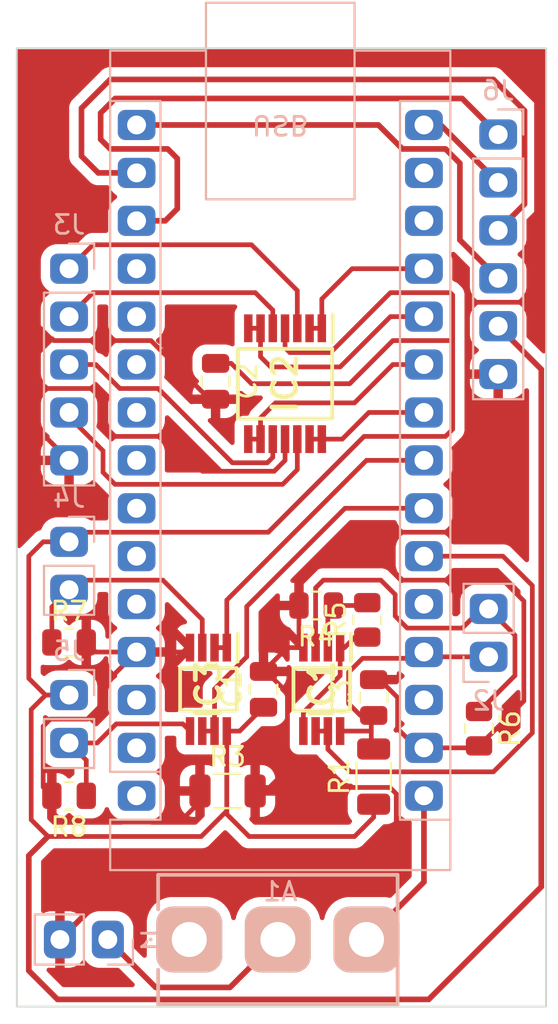
<source format=kicad_pcb>
(kicad_pcb (version 20221018) (generator pcbnew)
  (layers (0 "F.Cu" signal) (31 "B.Cu" signal) (34 "B.Paste" user) (35 "F.Paste" user) (36 "B.SilkS" user "B.Silkscreen") (37 "F.SilkS" user "F.Silkscreen") (38 "B.Mask" user) (39 "F.Mask" user) (44 "Edge.Cuts" user))
  (net 0 "")
  (net 4 "GND")
  (net 13 "CS")
  (net 14 "MOSI")
  (net 15 "MISO")
  (net 16 "SCK")
  (net 19 "I1")
  (net 20 "V1")
  (net 21 "V2")
  (net 22 "V3")
  (net 23 "V4")
  (net 24 "T1")
  (net 25 "T2")
  (net 27 "+5V")
  (net 29 "VIN4")
  (net 30 "VIN3")
  (net 31 "VIN2")
  (net 32 "VIN1")
  (net 33 "OUT1")
  (net 34 "IN1")
  (net 35 "Net-(IC1-IN1-)")
  (net 36 "Net-(IC3-IN2+)")
  (net 37 "Net-(IC3-IN1+)")
  (net 38 "Net-(A1-VIN)")
  (net 39 "Net-(J1-Pin_1)")
  (footprint "Resistor_SMD:R_0805_2012Metric" (layer "F.Cu") (at 167.6165 88.011 180)
    (fp_text reference "R8" (at 0 -1.65) (layer "F.SilkS"))
    (fp_text value "100k")
    (fp_line (start -0.227064 -0.735) (end 0.227064 -0.735) (stroke (width 0.12)) (layer "F.SilkS"))
    (fp_line (start -0.227064 0.735) (end 0.227064 0.735) (stroke (width 0.12)) (layer "F.SilkS"))
    (pad "1" smd roundrect (at -0.9125 0 180) (size 1.025 1.4) (layers "F.Cu" "F.Paste" "F.Mask") (roundrect_rratio 0.243902) (net 36 "Net-(IC3-IN2+)"))
    (pad "2" smd roundrect (at 0.9125 0 180) (size 1.025 1.4) (layers "F.Cu" "F.Paste" "F.Mask") (roundrect_rratio 0.243902) (net 4 "GND"))
  )
  (footprint "SamacSys:SOP65P490X110-8N" (layer "F.Cu") (at 175.006 82.37 -90)
    (fp_text reference "IC3" (at 0 0 -90) (layer "F.SilkS") (effects (font (size 1.27 1.27) (thickness 0.254))))
    (fp_text value "TSU102IST" hide)
    (fp_line (start -2.95 -1.55) (end -1.475 -1.55) (stroke (width 0.2)) (layer "F.SilkS"))
    (fp_line (start -1.125 -1.5) (end 1.125 -1.5) (stroke (width 0.2)) (layer "F.SilkS"))
    (fp_line (start -1.125 1.5) (end -1.125 -1.5) (stroke (width 0.2)) (layer "F.SilkS"))
    (fp_line (start 1.125 -1.5) (end 1.125 1.5) (stroke (width 0.2)) (layer "F.SilkS"))
    (fp_line (start 1.125 1.5) (end -1.125 1.5) (stroke (width 0.2)) (layer "F.SilkS"))
    (pad "1" smd rect (at -2.212 -0.975) (size 0.45 1.475) (layers "F.Cu" "F.Paste" "F.Mask") (net 24 "T1"))
    (pad "2" smd rect (at -2.212 -0.325) (size 0.45 1.475) (layers "F.Cu" "F.Paste" "F.Mask") (net 24 "T1"))
    (pad "3" smd rect (at -2.212 0.325) (size 0.45 1.475) (layers "F.Cu" "F.Paste" "F.Mask") (net 37 "Net-(IC3-IN1+)"))
    (pad "4" smd rect (at -2.212 0.975) (size 0.45 1.475) (layers "F.Cu" "F.Paste" "F.Mask") (net 4 "GND"))
    (pad "5" smd rect (at 2.212 0.975) (size 0.45 1.475) (layers "F.Cu" "F.Paste" "F.Mask") (net 36 "Net-(IC3-IN2+)"))
    (pad "6" smd rect (at 2.212 0.325) (size 0.45 1.475) (layers "F.Cu" "F.Paste" "F.Mask") (net 25 "T2"))
    (pad "7" smd rect (at 2.212 -0.325) (size 0.45 1.475) (layers "F.Cu" "F.Paste" "F.Mask") (net 25 "T2"))
    (pad "8" smd rect (at 2.212 -0.975) (size 0.45 1.475) (layers "F.Cu" "F.Paste" "F.Mask") (net 27 "+5V"))
  )
  (footprint "Capacitor_SMD:C_0805_2012Metric" (layer "F.Cu") (at 183.769 82.804 90)
    (fp_text reference "C3" (at 0 -1.68 90) (layer "F.SilkS"))
    (fp_text value "100nF")
    (fp_line (start -0.261252 -0.735) (end 0.261252 -0.735) (stroke (width 0.12)) (layer "F.SilkS"))
    (fp_line (start -0.261252 0.735) (end 0.261252 0.735) (stroke (width 0.12)) (layer "F.SilkS"))
    (pad "1" smd roundrect (at -0.95 0 90) (size 1 1.45) (layers "F.Cu" "F.Paste" "F.Mask") (net 27 "+5V"))
    (pad "2" smd roundrect (at 0.95 0 90) (size 1 1.45) (layers "F.Cu" "F.Paste" "F.Mask") (net 4 "GND"))
  )
  (footprint "Resistor_SMD:R_0805_2012Metric" (layer "F.Cu") (at 167.6165 79.883)
    (fp_text reference "R7" (at 0 -1.65) (layer "F.SilkS"))
    (fp_text value "100k")
    (fp_line (start -0.227064 -0.735) (end 0.227064 -0.735) (stroke (width 0.12)) (layer "F.SilkS"))
    (fp_line (start -0.227064 0.735) (end 0.227064 0.735) (stroke (width 0.12)) (layer "F.SilkS"))
    (pad "1" smd roundrect (at -0.9125 0) (size 1.025 1.4) (layers "F.Cu" "F.Paste" "F.Mask") (roundrect_rratio 0.243902) (net 37 "Net-(IC3-IN1+)"))
    (pad "2" smd roundrect (at 0.9125 0) (size 1.025 1.4) (layers "F.Cu" "F.Paste" "F.Mask") (roundrect_rratio 0.243902) (net 4 "GND"))
  )
  (footprint "Resistor_SMD:R_0805_2012Metric" (layer "F.Cu") (at 183.429 78.687 90)
    (fp_text reference "R5" (at 0 -1.65 90) (layer "F.SilkS"))
    (fp_text value "10M")
    (fp_line (start -0.227064 -0.735) (end 0.227064 -0.735) (stroke (width 0.12)) (layer "F.SilkS"))
    (fp_line (start -0.227064 0.735) (end 0.227064 0.735) (stroke (width 0.12)) (layer "F.SilkS"))
    (pad "1" smd roundrect (at -0.9125 0 90) (size 1.025 1.4) (layers "F.Cu" "F.Paste" "F.Mask") (roundrect_rratio 0.243902) (net 33 "OUT1"))
    (pad "2" smd roundrect (at 0.9125 0 90) (size 1.025 1.4) (layers "F.Cu" "F.Paste" "F.Mask") (roundrect_rratio 0.243902) (net 35 "Net-(IC1-IN1-)"))
  )
  (footprint "Capacitor_SMD:C_0805_2012Metric" (layer "F.Cu") (at 175.387 66.04 -90)
    (fp_text reference "C2" (at 0 -1.68 90) (layer "F.SilkS"))
    (fp_text value "100nF")
    (fp_line (start -0.261252 -0.735) (end 0.261252 -0.735) (stroke (width 0.12)) (layer "F.SilkS"))
    (fp_line (start -0.261252 0.735) (end 0.261252 0.735) (stroke (width 0.12)) (layer "F.SilkS"))
    (pad "1" smd roundrect (at -0.95 0 270) (size 1 1.45) (layers "F.Cu" "F.Paste" "F.Mask") (net 27 "+5V"))
    (pad "2" smd roundrect (at 0.95 0 270) (size 1 1.45) (layers "F.Cu" "F.Paste" "F.Mask") (net 4 "GND"))
  )
  (footprint "SamacSys:SOP65P490X110-8N" (layer "F.Cu") (at 181.016 82.37 -90)
    (fp_text reference "IC1" (at 0 0 -90) (layer "F.SilkS") (effects (font (size 1.27 1.27) (thickness 0.254))))
    (fp_text value "TSZ122IYST" hide)
    (fp_line (start -2.95 -1.55) (end -1.475 -1.55) (stroke (width 0.2)) (layer "F.SilkS"))
    (fp_line (start -1.125 -1.5) (end 1.125 -1.5) (stroke (width 0.2)) (layer "F.SilkS"))
    (fp_line (start -1.125 1.5) (end -1.125 -1.5) (stroke (width 0.2)) (layer "F.SilkS"))
    (fp_line (start 1.125 -1.5) (end 1.125 1.5) (stroke (width 0.2)) (layer "F.SilkS"))
    (fp_line (start 1.125 1.5) (end -1.125 1.5) (stroke (width 0.2)) (layer "F.SilkS"))
    (pad "1" smd rect (at -2.212 -0.975) (size 0.45 1.475) (layers "F.Cu" "F.Paste" "F.Mask") (net 33 "OUT1"))
    (pad "2" smd rect (at -2.212 -0.325) (size 0.45 1.475) (layers "F.Cu" "F.Paste" "F.Mask") (net 35 "Net-(IC1-IN1-)"))
    (pad "3" smd rect (at -2.212 0.325) (size 0.45 1.475) (layers "F.Cu" "F.Paste" "F.Mask") (net 34 "IN1"))
    (pad "4" smd rect (at -2.212 0.975) (size 0.45 1.475) (layers "F.Cu" "F.Paste" "F.Mask") (net 4 "GND"))
    (pad "5" smd rect (at 2.212 0.975) (size 0.45 1.475) (layers "F.Cu" "F.Paste" "F.Mask") (net 33 "OUT1"))
    (pad "6" smd rect (at 2.212 0.325) (size 0.45 1.475) (layers "F.Cu" "F.Paste" "F.Mask") (net 19 "I1"))
    (pad "7" smd rect (at 2.212 -0.325) (size 0.45 1.475) (layers "F.Cu" "F.Paste" "F.Mask") (net 19 "I1"))
    (pad "8" smd rect (at 2.212 -0.975) (size 0.45 1.475) (layers "F.Cu" "F.Paste" "F.Mask") (net 27 "+5V"))
  )
  (footprint "Resistor_SMD:R_1206_3216Metric" (layer "F.Cu") (at 183.769 86.995 90)
    (fp_text reference "R1" (at 0 -1.82 90) (layer "F.SilkS"))
    (fp_text value "0")
    (fp_line (start -0.727064 -0.91) (end 0.727064 -0.91) (stroke (width 0.12)) (layer "F.SilkS"))
    (fp_line (start -0.727064 0.91) (end 0.727064 0.91) (stroke (width 0.12)) (layer "F.SilkS"))
    (pad "1" smd roundrect (at -1.4625 0 90) (size 1.125 1.75) (layers "F.Cu" "F.Paste" "F.Mask") (roundrect_rratio 0.222222) (net 27 "+5V"))
    (pad "2" smd roundrect (at 1.4625 0 90) (size 1.125 1.75) (layers "F.Cu" "F.Paste" "F.Mask") (roundrect_rratio 0.222222) (net 27 "+5V"))
  )
  (footprint "Resistor_SMD:R_0805_2012Metric" (layer "F.Cu") (at 180.721 77.925 180)
    (fp_text reference "R4" (at 0 -1.65) (layer "F.SilkS"))
    (fp_text value "100 k")
    (fp_line (start -0.227064 -0.735) (end 0.227064 -0.735) (stroke (width 0.12)) (layer "F.SilkS"))
    (fp_line (start -0.227064 0.735) (end 0.227064 0.735) (stroke (width 0.12)) (layer "F.SilkS"))
    (pad "1" smd roundrect (at -0.9125 0 180) (size 1.025 1.4) (layers "F.Cu" "F.Paste" "F.Mask") (roundrect_rratio 0.243902) (net 35 "Net-(IC1-IN1-)"))
    (pad "2" smd roundrect (at 0.9125 0 180) (size 1.025 1.4) (layers "F.Cu" "F.Paste" "F.Mask") (roundrect_rratio 0.243902) (net 4 "GND"))
  )
  (footprint "SamacSys:SOP65P640X120-14N" (layer "F.Cu") (at 179.07 66.167 -90)
    (fp_text reference "IC2" (at 0 0 -90) (layer "F.SilkS") (effects (font (size 1.27 1.27) (thickness 0.254))))
    (fp_text value "TSZ124IPT" hide)
    (fp_line (start -3.675 -2.525) (end -2.2 -2.525) (stroke (width 0.2)) (layer "F.SilkS"))
    (fp_line (start -1.85 -2.5) (end 1.85 -2.5) (stroke (width 0.2)) (layer "F.SilkS"))
    (fp_line (start -1.85 2.5) (end -1.85 -2.5) (stroke (width 0.2)) (layer "F.SilkS"))
    (fp_line (start 1.85 -2.5) (end 1.85 2.5) (stroke (width 0.2)) (layer "F.SilkS"))
    (fp_line (start 1.85 2.5) (end -1.85 2.5) (stroke (width 0.2)) (layer "F.SilkS"))
    (pad "1" smd rect (at -2.938 -1.95) (size 0.45 1.475) (layers "F.Cu" "F.Paste" "F.Mask") (net 20 "V1"))
    (pad "2" smd rect (at -2.938 -1.3) (size 0.45 1.475) (layers "F.Cu" "F.Paste" "F.Mask") (net 20 "V1"))
    (pad "3" smd rect (at -2.938 -0.65) (size 0.45 1.475) (layers "F.Cu" "F.Paste" "F.Mask") (net 32 "VIN1"))
    (pad "4" smd rect (at -2.938 0) (size 0.45 1.475) (layers "F.Cu" "F.Paste" "F.Mask") (net 27 "+5V"))
    (pad "5" smd rect (at -2.938 0.65) (size 0.45 1.475) (layers "F.Cu" "F.Paste" "F.Mask") (net 31 "VIN2"))
    (pad "6" smd rect (at -2.938 1.3) (size 0.45 1.475) (layers "F.Cu" "F.Paste" "F.Mask") (net 21 "V2"))
    (pad "7" smd rect (at -2.938 1.95) (size 0.45 1.475) (layers "F.Cu" "F.Paste" "F.Mask") (net 21 "V2"))
    (pad "8" smd rect (at 2.938 1.95) (size 0.45 1.475) (layers "F.Cu" "F.Paste" "F.Mask") (net 22 "V3"))
    (pad "9" smd rect (at 2.938 1.3) (size 0.45 1.475) (layers "F.Cu" "F.Paste" "F.Mask") (net 22 "V3"))
    (pad "10" smd rect (at 2.938 0.65) (size 0.45 1.475) (layers "F.Cu" "F.Paste" "F.Mask") (net 30 "VIN3"))
    (pad "11" smd rect (at 2.938 0) (size 0.45 1.475) (layers "F.Cu" "F.Paste" "F.Mask") (net 4 "GND"))
    (pad "12" smd rect (at 2.938 -0.65) (size 0.45 1.475) (layers "F.Cu" "F.Paste" "F.Mask") (net 29 "VIN4"))
    (pad "13" smd rect (at 2.938 -1.3) (size 0.45 1.475) (layers "F.Cu" "F.Paste" "F.Mask") (net 23 "V4"))
    (pad "14" smd rect (at 2.938 -1.95) (size 0.45 1.475) (layers "F.Cu" "F.Paste" "F.Mask") (net 23 "V4"))
  )
  (footprint "Capacitor_SMD:C_0805_2012Metric" (layer "F.Cu") (at 177.927 82.37 90)
    (fp_text reference "C1" (at 0 -1.68 90) (layer "F.SilkS"))
    (fp_text value "100nF")
    (fp_line (start -0.261252 -0.735) (end 0.261252 -0.735) (stroke (width 0.12)) (layer "F.SilkS"))
    (fp_line (start -0.261252 0.735) (end 0.261252 0.735) (stroke (width 0.12)) (layer "F.SilkS"))
    (pad "1" smd roundrect (at -0.95 0 90) (size 1 1.45) (layers "F.Cu" "F.Paste" "F.Mask") (net 27 "+5V"))
    (pad "2" smd roundrect (at 0.95 0 90) (size 1 1.45) (layers "F.Cu" "F.Paste" "F.Mask") (net 4 "GND"))
  )
  (footprint "Resistor_SMD:R_0805_2012Metric" (layer "F.Cu") (at 189.357 84.455 -90)
    (fp_text reference "R6" (at 0 -1.65 90) (layer "F.SilkS"))
    (fp_text value "1")
    (fp_line (start -0.227064 -0.735) (end 0.227064 -0.735) (stroke (width 0.12)) (layer "F.SilkS"))
    (fp_line (start -0.227064 0.735) (end 0.227064 0.735) (stroke (width 0.12)) (layer "F.SilkS"))
    (pad "1" smd roundrect (at -0.9125 0 270) (size 1.025 1.4) (layers "F.Cu" "F.Paste" "F.Mask") (roundrect_rratio 0.243902) (net 34 "IN1"))
    (pad "2" smd roundrect (at 0.9125 0 270) (size 1.025 1.4) (layers "F.Cu" "F.Paste" "F.Mask") (roundrect_rratio 0.243902) (net 4 "GND"))
  )
  (footprint "Resistor_SMD:R_1206_3216Metric" (layer "F.Cu") (at 176.022 87.757)
    (fp_text reference "R3" (at 0 -1.82) (layer "F.SilkS"))
    (fp_text value "0")
    (fp_line (start -0.727064 -0.91) (end 0.727064 -0.91) (stroke (width 0.12)) (layer "F.SilkS"))
    (fp_line (start -0.727064 0.91) (end 0.727064 0.91) (stroke (width 0.12)) (layer "F.SilkS"))
    (pad "1" smd roundrect (at -1.4625 0) (size 1.125 1.75) (layers "F.Cu" "F.Paste" "F.Mask") (roundrect_rratio 0.222222) (net 4 "GND"))
    (pad "2" smd roundrect (at 1.4625 0) (size 1.125 1.75) (layers "F.Cu" "F.Paste" "F.Mask") (roundrect_rratio 0.222222) (net 4 "GND"))
  )
  (footprint "Connector_PinHeader_2.54mm:PinHeader_1x05_P2.54mm_Vertical" (layer "B.Cu") (at 167.6165 60.071 180)
    (fp_text reference "J3" (at 0 2.33) (layer "B.SilkS") (effects (justify mirror)))
    (fp_text value "Tensões")
    (fp_line (start -1.33 -11.49) (end 1.33 -11.49) (stroke (width 0.12)) (layer "B.SilkS"))
    (fp_line (start -1.33 -1.27) (end -1.33 -11.49) (stroke (width 0.12)) (layer "B.SilkS"))
    (fp_line (start -1.33 -1.27) (end 1.33 -1.27) (stroke (width 0.12)) (layer "B.SilkS"))
    (fp_line (start -1.33 0) (end -1.33 1.33) (stroke (width 0.12)) (layer "B.SilkS"))
    (fp_line (start -1.33 1.33) (end 0 1.33) (stroke (width 0.12)) (layer "B.SilkS"))
    (fp_line (start 1.33 -1.27) (end 1.33 -11.49) (stroke (width 0.12)) (layer "B.SilkS"))
    (pad "1" thru_hole roundrect (at 0 0 180) (size 2 1.6) (drill 1) (layers "*.Cu" "*.Mask") (net 32 "VIN1"))
    (pad "2" thru_hole roundrect (at 0 -2.54 180) (size 2 1.6) (drill 1) (layers "*.Cu" "*.Mask") (net 31 "VIN2"))
    (pad "3" thru_hole roundrect (at 0 -5.08 180) (size 2 1.6) (drill 1) (layers "*.Cu" "*.Mask") (net 30 "VIN3"))
    (pad "4" thru_hole roundrect (at 0 -7.62 180) (size 2 1.6) (drill 1) (layers "*.Cu" "*.Mask") (net 29 "VIN4"))
    (pad "5" thru_hole roundrect (at 0 -10.16 180) (size 2 1.6) (drill 1) (layers "*.Cu" "*.Mask") (net 4 "GND"))
  )
  (footprint "Module:Arduino_Nano" (layer "B.Cu") (at 171.196 88.011)
    (fp_text reference "A1" (at 7.62 5.08) (layer "B.SilkS") (effects (justify mirror)))
    (fp_text value "Arduino_Nano_v3.x")
    (fp_text user "USB" (at 7.62 -35.56 180 unlocked) (layer "B.SilkS") (effects (justify mirror)))
    (fp_line (start -1.4 -39.5) (end 3.68 -39.5) (stroke (width 0.12)) (layer "B.SilkS"))
    (fp_line (start -1.4 -1.27) (end -1.4 -39.5) (stroke (width 0.12)) (layer "B.SilkS"))
    (fp_line (start -1.4 3.94) (end -1.4 1.27) (stroke (width 0.12)) (layer "B.SilkS"))
    (fp_line (start 1.27 -36.83) (end -1.4 -36.83) (stroke (width 0.12)) (layer "B.SilkS"))
    (fp_line (start 1.27 -1.27) (end -1.4 -1.27) (stroke (width 0.12)) (layer "B.SilkS"))
    (fp_line (start 1.27 -1.27) (end 1.27 -36.83) (stroke (width 0.12)) (layer "B.SilkS"))
    (fp_line (start 1.27 -1.27) (end 1.27 1.27) (stroke (width 0.12)) (layer "B.SilkS"))
    (fp_line (start 1.27 1.27) (end -1.4 1.27) (stroke (width 0.12)) (layer "B.SilkS"))
    (fp_line (start 3.68 -42.04) (end 3.68 -31.62) (stroke (width 0.12)) (layer "B.SilkS"))
    (fp_line (start 3.68 -31.62) (end 11.56 -31.62) (stroke (width 0.12)) (layer "B.SilkS"))
    (fp_line (start 11.56 -42.04) (end 3.68 -42.04) (stroke (width 0.12)) (layer "B.SilkS"))
    (fp_line (start 11.56 -31.62) (end 11.56 -42.04) (stroke (width 0.12)) (layer "B.SilkS"))
    (fp_line (start 13.97 -36.83) (end 16.64 -36.83) (stroke (width 0.12)) (layer "B.SilkS"))
    (fp_line (start 13.97 1.27) (end 13.97 -36.83) (stroke (width 0.12)) (layer "B.SilkS"))
    (fp_line (start 13.97 1.27) (end 16.64 1.27) (stroke (width 0.12)) (layer "B.SilkS"))
    (fp_line (start 16.64 -39.5) (end 11.56 -39.5) (stroke (width 0.12)) (layer "B.SilkS"))
    (fp_line (start 16.64 -39.5) (end 16.64 3.94) (stroke (width 0.12)) (layer "B.SilkS"))
    (fp_line (start 16.64 3.94) (end -1.4 3.94) (stroke (width 0.12)) (layer "B.SilkS"))
    (pad "1" thru_hole roundrect (at 0 0) (size 2 1.6) (drill 1) (layers "*.Cu" "*.Mask"))
    (pad "2" thru_hole roundrect (at 0 -2.54) (size 2 1.6) (drill 1) (layers "*.Cu" "*.Mask"))
    (pad "3" thru_hole roundrect (at 0 -5.08) (size 2 1.6) (drill 1) (layers "*.Cu" "*.Mask"))
    (pad "4" thru_hole roundrect (at 0 -7.62) (size 2 1.6) (drill 1) (layers "*.Cu" "*.Mask") (net 4 "GND"))
    (pad "5" thru_hole roundrect (at 0 -10.16) (size 2 1.6) (drill 1) (layers "*.Cu" "*.Mask"))
    (pad "6" thru_hole roundrect (at 0 -12.7) (size 2 1.6) (drill 1) (layers "*.Cu" "*.Mask"))
    (pad "7" thru_hole roundrect (at 0 -15.24) (size 2 1.6) (drill 1) (layers "*.Cu" "*.Mask"))
    (pad "8" thru_hole roundrect (at 0 -17.78) (size 2 1.6) (drill 1) (layers "*.Cu" "*.Mask"))
    (pad "9" thru_hole roundrect (at 0 -20.32) (size 2 1.6) (drill 1) (layers "*.Cu" "*.Mask"))
    (pad "10" thru_hole roundrect (at 0 -22.86) (size 2 1.6) (drill 1) (layers "*.Cu" "*.Mask"))
    (pad "11" thru_hole roundrect (at 0 -25.4) (size 2 1.6) (drill 1) (layers "*.Cu" "*.Mask"))
    (pad "12" thru_hole roundrect (at 0 -27.94) (size 2 1.6) (drill 1) (layers "*.Cu" "*.Mask"))
    (pad "13" thru_hole roundrect (at 0 -30.48) (size 2 1.6) (drill 1) (layers "*.Cu" "*.Mask") (net 13 "CS"))
    (pad "14" thru_hole roundrect (at 0 -33.02) (size 2 1.6) (drill 1) (layers "*.Cu" "*.Mask") (net 14 "MOSI"))
    (pad "15" thru_hole roundrect (at 0 -35.56) (size 2 1.6) (drill 1) (layers "*.Cu" "*.Mask") (net 15 "MISO"))
    (pad "16" thru_hole roundrect (at 15.24 -35.56) (size 2 1.6) (drill 1) (layers "*.Cu" "*.Mask") (net 16 "SCK"))
    (pad "17" thru_hole roundrect (at 15.24 -33.02) (size 2 1.6) (drill 1) (layers "*.Cu" "*.Mask"))
    (pad "18" thru_hole roundrect (at 15.24 -30.48) (size 2 1.6) (drill 1) (layers "*.Cu" "*.Mask"))
    (pad "19" thru_hole roundrect (at 15.24 -27.94) (size 2 1.6) (drill 1) (layers "*.Cu" "*.Mask") (net 20 "V1"))
    (pad "20" thru_hole roundrect (at 15.24 -25.4) (size 2 1.6) (drill 1) (layers "*.Cu" "*.Mask") (net 21 "V2"))
    (pad "21" thru_hole roundrect (at 15.24 -22.86) (size 2 1.6) (drill 1) (layers "*.Cu" "*.Mask") (net 22 "V3"))
    (pad "22" thru_hole roundrect (at 15.24 -20.32) (size 2 1.6) (drill 1) (layers "*.Cu" "*.Mask") (net 23 "V4"))
    (pad "23" thru_hole roundrect (at 15.24 -17.78) (size 2 1.6) (drill 1) (layers "*.Cu" "*.Mask") (net 24 "T1"))
    (pad "24" thru_hole roundrect (at 15.24 -15.24) (size 2 1.6) (drill 1) (layers "*.Cu" "*.Mask") (net 25 "T2"))
    (pad "25" thru_hole roundrect (at 15.24 -12.7) (size 2 1.6) (drill 1) (layers "*.Cu" "*.Mask") (net 19 "I1"))
    (pad "26" thru_hole roundrect (at 15.24 -10.16) (size 2 1.6) (drill 1) (layers "*.Cu" "*.Mask"))
    (pad "27" thru_hole roundrect (at 15.24 -7.62) (size 2 1.6) (drill 1) (layers "*.Cu" "*.Mask") (net 27 "+5V"))
    (pad "28" thru_hole roundrect (at 15.24 -5.08) (size 2 1.6) (drill 1) (layers "*.Cu" "*.Mask"))
    (pad "29" thru_hole roundrect (at 15.24 -2.54) (size 2 1.6) (drill 1) (layers "*.Cu" "*.Mask") (net 4 "GND"))
    (pad "30" thru_hole roundrect (at 15.24 0) (size 2 1.6) (drill 1) (layers "*.Cu" "*.Mask") (net 38 "Net-(A1-VIN)"))
  )
  (footprint "Connector_PinHeader_2.54mm:PinHeader_1x02_P2.54mm_Vertical" (layer "B.Cu") (at 169.672 95.631 90)
    (fp_text reference "J1" (at 0 2.33 90) (layer "B.SilkS") (effects (justify mirror)))
    (fp_text value "Power")
    (fp_line (start -1.33 -3.87) (end 1.33 -3.87) (stroke (width 0.12)) (layer "B.SilkS"))
    (fp_line (start -1.33 -1.27) (end -1.33 -3.87) (stroke (width 0.12)) (layer "B.SilkS"))
    (fp_line (start -1.33 -1.27) (end 1.33 -1.27) (stroke (width 0.12)) (layer "B.SilkS"))
    (fp_line (start -1.33 0) (end -1.33 1.33) (stroke (width 0.12)) (layer "B.SilkS"))
    (fp_line (start -1.33 1.33) (end 0 1.33) (stroke (width 0.12)) (layer "B.SilkS"))
    (fp_line (start 1.33 -1.27) (end 1.33 -3.87) (stroke (width 0.12)) (layer "B.SilkS"))
    (pad "1" thru_hole roundrect (at 0 0 90) (size 2 1.7) (drill 1) (layers "*.Cu" "*.Mask") (net 39 "Net-(J1-Pin_1)"))
    (pad "2" thru_hole roundrect (at 0 -2.54 90) (size 2 1.7) (drill 1) (layers "*.Cu" "*.Mask") (net 4 "GND"))
  )
  (footprint "Connector_PinHeader_2.54mm:PinHeader_1x02_P2.54mm_Vertical" (layer "B.Cu") (at 189.865 80.645)
    (fp_text reference "J2" (at 0 2.33) (layer "B.SilkS") (effects (justify mirror)))
    (fp_text value "Load")
    (fp_line (start -1.33 -3.87) (end 1.33 -3.87) (stroke (width 0.12)) (layer "B.SilkS"))
    (fp_line (start -1.33 -1.27) (end -1.33 -3.87) (stroke (width 0.12)) (layer "B.SilkS"))
    (fp_line (start -1.33 -1.27) (end 1.33 -1.27) (stroke (width 0.12)) (layer "B.SilkS"))
    (fp_line (start -1.33 0) (end -1.33 1.33) (stroke (width 0.12)) (layer "B.SilkS"))
    (fp_line (start -1.33 1.33) (end 0 1.33) (stroke (width 0.12)) (layer "B.SilkS"))
    (fp_line (start 1.33 -1.27) (end 1.33 -3.87) (stroke (width 0.12)) (layer "B.SilkS"))
    (pad "1" thru_hole roundrect (at 0 0) (size 2 1.6) (drill 1) (layers "*.Cu" "*.Mask") (net 27 "+5V"))
    (pad "2" thru_hole roundrect (at 0 -2.54) (size 2 1.6) (drill 1) (layers "*.Cu" "*.Mask") (net 34 "IN1"))
  )
  (footprint "Connector_PinHeader_2.54mm:PinHeader_1x02_P2.54mm_Vertical" (layer "B.Cu") (at 167.6165 82.672 180)
    (fp_text reference "J5" (at 0 2.33) (layer "B.SilkS") (effects (justify mirror)))
    (fp_text value "NTC1")
    (fp_line (start -1.33 -3.87) (end 1.33 -3.87) (stroke (width 0.12)) (layer "B.SilkS"))
    (fp_line (start -1.33 -1.27) (end -1.33 -3.87) (stroke (width 0.12)) (layer "B.SilkS"))
    (fp_line (start -1.33 -1.27) (end 1.33 -1.27) (stroke (width 0.12)) (layer "B.SilkS"))
    (fp_line (start -1.33 0) (end -1.33 1.33) (stroke (width 0.12)) (layer "B.SilkS"))
    (fp_line (start -1.33 1.33) (end 0 1.33) (stroke (width 0.12)) (layer "B.SilkS"))
    (fp_line (start 1.33 -1.27) (end 1.33 -3.87) (stroke (width 0.12)) (layer "B.SilkS"))
    (pad "1" thru_hole roundrect (at 0 0 180) (size 2 1.6) (drill 1) (layers "*.Cu" "*.Mask") (net 27 "+5V"))
    (pad "2" thru_hole roundrect (at 0 -2.54 180) (size 2 1.6) (drill 1) (layers "*.Cu" "*.Mask") (net 36 "Net-(IC3-IN2+)"))
  )
  (footprint "Connector_PinHeader_2.54mm:PinHeader_1x06_P2.54mm_Vertical" (layer "B.Cu") (at 190.373 52.959 180)
    (fp_text reference "J6" (at 0 2.33) (layer "B.SilkS") (effects (justify mirror)))
    (fp_text value "SD Card")
    (fp_line (start -1.33 -14.03) (end 1.33 -14.03) (stroke (width 0.12)) (layer "B.SilkS"))
    (fp_line (start -1.33 -1.27) (end -1.33 -14.03) (stroke (width 0.12)) (layer "B.SilkS"))
    (fp_line (start -1.33 -1.27) (end 1.33 -1.27) (stroke (width 0.12)) (layer "B.SilkS"))
    (fp_line (start -1.33 0) (end -1.33 1.33) (stroke (width 0.12)) (layer "B.SilkS"))
    (fp_line (start -1.33 1.33) (end 0 1.33) (stroke (width 0.12)) (layer "B.SilkS"))
    (fp_line (start 1.33 -1.27) (end 1.33 -14.03) (stroke (width 0.12)) (layer "B.SilkS"))
    (pad "1" thru_hole roundrect (at 0 0 180) (size 2 1.6) (drill 1) (layers "*.Cu" "*.Mask") (net 13 "CS"))
    (pad "2" thru_hole roundrect (at 0 -2.54 180) (size 2 1.6) (drill 1) (layers "*.Cu" "*.Mask") (net 16 "SCK"))
    (pad "3" thru_hole roundrect (at 0 -5.08 180) (size 2 1.6) (drill 1) (layers "*.Cu" "*.Mask") (net 14 "MOSI"))
    (pad "4" thru_hole roundrect (at 0 -7.62 180) (size 2 1.6) (drill 1) (layers "*.Cu" "*.Mask") (net 15 "MISO"))
    (pad "5" thru_hole roundrect (at 0 -10.16 180) (size 2 1.6) (drill 1) (layers "*.Cu" "*.Mask") (net 27 "+5V"))
    (pad "6" thru_hole roundrect (at 0 -12.7 180) (size 2 1.6) (drill 1) (layers "*.Cu" "*.Mask") (net 4 "GND"))
  )
  (footprint "SamacSys:A107SYCQ04" (layer "B.Cu") (at 173.99 95.631 90)
    (fp_text reference "S1" (at 0 4.699 270) (layer "B.SilkS") (effects (font (size 1.27 1.27) (thickness 0.254)) (justify mirror)))
    (fp_text value "A107SYCQ04" hide)
    (fp_line (start -3.429 -1.651) (end -3.429 11.049) (stroke (width 0.2)) (layer "B.SilkS"))
    (fp_line (start -3.429 11.049) (end -0.6 11.049) (stroke (width 0.2)) (layer "B.SilkS"))
    (fp_line (start -1.6 -1.651) (end -3.429 -1.651) (stroke (width 0.2)) (layer "B.SilkS"))
    (fp_line (start 0 -2.1) (end 0 -2.1) (stroke (width 0.1)) (layer "B.SilkS"))
    (fp_line (start 0 -2) (end 0 -2) (stroke (width 0.1)) (layer "B.SilkS"))
    (fp_line (start 0.6 11.049) (end 0.6 11.049) (stroke (width 0.2)) (layer "B.SilkS"))
    (fp_line (start 0.6 11.049) (end 3.429 11.049) (stroke (width 0.2)) (layer "B.SilkS"))
    (fp_line (start 3.429 -1.651) (end 1.6 -1.651) (stroke (width 0.2)) (layer "B.SilkS"))
    (fp_line (start 3.429 11.049) (end 3.429 -1.651) (stroke (width 0.2)) (layer "B.SilkS"))
    (fp_arc (start 0 -2.1) (mid 0.05 -2.05) (end 0 -2) (stroke (width 0.1)) (layer "B.SilkS"))
    (fp_arc (start 0 -2) (mid -0.05 -2.05) (end 0 -2.1) (stroke (width 0.1)) (layer "B.SilkS"))
    (pad "1" thru_hole roundrect (at 0 0) (size 3.5 3.5) (drill 1.8542) (layers "*.Cu" "*.Mask" "B.SilkS"))
    (pad "2" thru_hole roundrect (at 0 4.699) (size 3.5 3.5) (drill 1.8542) (layers "*.Cu" "*.Mask" "B.SilkS") (net 39 "Net-(J1-Pin_1)"))
    (pad "3" thru_hole roundrect (at 0 9.398) (size 3.5 3.5) (drill 1.8542) (layers "*.Cu" "*.Mask" "B.SilkS") (net 38 "Net-(A1-VIN)"))
  )
  (footprint "Connector_PinHeader_2.54mm:PinHeader_1x02_P2.54mm_Vertical" (layer "B.Cu") (at 167.6165 74.549 180)
    (fp_text reference "J4" (at 0 2.33) (layer "B.SilkS") (effects (justify mirror)))
    (fp_text value "NTC2")
    (fp_line (start -1.33 -3.87) (end 1.33 -3.87) (stroke (width 0.12)) (layer "B.SilkS"))
    (fp_line (start -1.33 -1.27) (end -1.33 -3.87) (stroke (width 0.12)) (layer "B.SilkS"))
    (fp_line (start -1.33 -1.27) (end 1.33 -1.27) (stroke (width 0.12)) (layer "B.SilkS"))
    (fp_line (start -1.33 0) (end -1.33 1.33) (stroke (width 0.12)) (layer "B.SilkS"))
    (fp_line (start -1.33 1.33) (end 0 1.33) (stroke (width 0.12)) (layer "B.SilkS"))
    (fp_line (start 1.33 -1.27) (end 1.33 -3.87) (stroke (width 0.12)) (layer "B.SilkS"))
    (pad "1" thru_hole roundrect (at 0 0 180) (size 2 1.6) (drill 1) (layers "*.Cu" "*.Mask") (net 27 "+5V"))
    (pad "2" thru_hole roundrect (at 0 -2.54 180) (size 2 1.6) (drill 1) (layers "*.Cu" "*.Mask") (net 37 "Net-(IC3-IN1+)"))
  )
  (gr_rect (start 164.846 48.387) (end 192.913 99.187) (stroke (width 0.1)) (fill none) (layer "Edge.Cuts"))
  (segment (start 168.529 79.883) (end 169.037 80.391) (width 0.25) (layer "F.Cu") (net 4))
  (segment (start 192.405 60.96) (end 192.405 50.927) (width 0.25) (layer "F.Cu") (net 4))
  (segment (start 186.055 85.471) (end 186.436 85.471) (width 0.25) (layer "F.Cu") (net 4))
  (segment (start 189.23 61.849) (end 191.516 61.849) (width 0.25) (layer "F.Cu") (net 4))
  (segment (start 166.704 88.853) (end 167.259 89.408) (width 0.25) (layer "F.Cu") (net 4))
  (segment (start 166.243 84.328) (end 166.624 83.947) (width 0.25) (layer "F.Cu") (net 4))
  (segment (start 169.291 83.245009) (end 169.291 82.296) (width 0.25) (layer "F.Cu") (net 4))
  (segment (start 165.862 62.992) (end 166.656 63.786) (width 0.25) (layer "F.Cu") (net 4))
  (segment (start 166.243 87.55) (end 166.243 84.328) (width 0.25) (layer "F.Cu") (net 4))
  (segment (start 190.627 49.149) (end 169.291 49.149) (width 0.25) (layer "F.Cu") (net 4))
  (segment (start 166.656 63.786) (end 166.719 63.786) (width 0.25) (layer "F.Cu") (net 4))
  (segment (start 170.053 68.961) (end 169.291 68.199) (width 0.25) (layer "F.Cu") (net 4))
  (segment (start 189.2535 85.471) (end 189.357 85.3675) (width 0.25) (layer "F.Cu") (net 4))
  (segment (start 177.927 81.42) (end 179.189 80.158) (width 0.25) (layer "F.Cu") (net 4))
  (segment (start 165.989 68.6035) (end 165.989 66.421) (width 0.25) (layer "F.Cu") (net 4))
  (segment (start 166.624 83.947) (end 168.589009 83.947) (width 0.25) (layer "F.Cu") (net 4))
  (segment (start 172.847 68.961) (end 170.053 68.961) (width 0.25) (layer "F.Cu") (net 4))
  (segment (start 174.694 70.808) (end 172.847 68.961) (width 0.25) (layer "F.Cu") (net 4))
  (segment (start 184.404698 74.738976) (end 185.102674 74.041) (width 0.25) (layer "F.Cu") (net 4))
  (segment (start 184.632173 87.57) (end 177.6715 87.57) (width 0.25) (layer "F.Cu") (net 4))
  (segment (start 179.8085 77.925) (end 179.8085 79.9255) (width 0.25) (layer "F.Cu") (net 4))
  (segment (start 179.07 70.231) (end 178.493 70.808) (width 0.25) (layer "F.Cu") (net 4))
  (segment (start 185.293698 76.581) (end 184.404698 75.692) (width 0.25) (layer "F.Cu") (net 4))
  (segment (start 166.704 88.011) (end 166.704 88.853) (width 0.25) (layer "F.Cu") (net 4))
  (segment (start 179.197 82.55) (end 178.067 81.42) (width 0.25) (layer "F.Cu") (net 4))
  (segment (start 173.798 80.391) (end 174.031 80.158) (width 0.25) (layer "F.Cu") (net 4))
  (segment (start 169.291 68.199) (end 169.291 66.929) (width 0.25) (layer "F.Cu") (net 4))
  (segment (start 166.719 63.786) (end 166.814 63.881) (width 0.25) (layer "F.Cu") (net 4))
  (segment (start 191.516 61.849) (end 192.405 60.96) (width 0.25) (layer "F.Cu") (net 4))
  (segment (start 189.357 85.3675) (end 191.734 82.9905) (width 0.25) (layer "F.Cu") (net 4))
  (segment (start 178.067 81.42) (end 177.927 81.42) (width 0.25) (layer "F.Cu") (net 4))
  (segment (start 169.291 82.296) (end 171.196 80.391) (width 0.25) (layer "F.Cu") (net 4))
  (segment (start 179.197 86.614) (end 179.197 82.55) (width 0.25) (layer "F.Cu") (net 4))
  (segment (start 192.405 50.927) (end 190.627 49.149) (width 0.25) (layer "F.Cu") (net 4))
  (segment (start 171.958 63.881) (end 175.067 66.99) (width 0.25) (layer "F.Cu") (net 4))
  (segment (start 165.862 52.578) (end 165.862 62.992) (width 0.25) (layer "F.Cu") (net 4))
  (segment (start 175.067 66.99) (end 175.387 66.99) (width 0.25) (layer "F.Cu") (net 4))
  (segment (start 178.054 87.757) (end 179.197 86.614) (width 0.25) (layer "F.Cu") (net 4))
  (segment (start 190.627 76.581) (end 185.293698 76.581) (width 0.25) (layer "F.Cu") (net 4))
  (segment (start 178.493 70.808) (end 174.694 70.808) (width 0.25) (layer "F.Cu") (net 4))
  (segment (start 174.5595 88.3305) (end 174.5595 87.757) (width 0.25) (layer "F.Cu") (net 4))
  (segment (start 169.037 80.391) (end 171.196 80.391) (width 0.25) (layer "F.Cu") (net 4))
  (segment (start 186.436 85.471) (end 189.2535 85.471) (width 0.25) (layer "F.Cu") (net 4))
  (segment (start 188.722 73.152) (end 188.722 62.357) (width 0.25) (layer "F.Cu") (net 4))
  (segment (start 168.783 66.421) (end 165.989 66.421) (width 0.25) (layer "F.Cu") (net 4))
  (segment (start 184.404698 75.692) (end 184.404698 74.738976) (width 0.25) (layer "F.Cu") (net 4))
  (segment (start 185.039 82.804) (end 185.039 84.455) (width 0.25) (layer "F.Cu") (net 4))
  (segment (start 165.989 64.516) (end 166.719 63.786) (width 0.25) (layer "F.Cu") (net 4))
  (segment (start 183.769 81.854) (end 184.089 81.854) (width 0.25) (layer "F.Cu") (net 4))
  (segment (start 171.196 80.391) (end 173.798 80.391) (width 0.25) (layer "F.Cu") (net 4))
  (segment (start 191.734 82.9905) (end 191.734 77.688) (width 0.25) (layer "F.Cu") (net 4))
  (segment (start 167.259 89.408) (end 173.482 89.408) (width 0.25) (layer "F.Cu") (net 4))
  (segment (start 179.8085 76.8585) (end 179.8085 77.925) (width 0.25) (layer "F.Cu") (net 4))
  (segment (start 179.8085 79.9255) (end 180.041 80.158) (width 0.25) (layer "F.Cu") (net 4))
  (segment (start 184.404698 75.692) (end 180.975 75.692) (width 0.25) (layer "F.Cu") (net 4))
  (segment (start 166.704 88.011) (end 166.243 87.55) (width 0.25) (layer "F.Cu") (net 4))
  (segment (start 183.007 91.821) (end 184.969 89.859) (width 0.25) (layer "F.Cu") (net 4))
  (segment (start 179.07 69.105) (end 179.07 70.231) (width 0.25) (layer "F.Cu") (net 4))
  (segment (start 187.833 74.041) (end 188.722 73.152) (width 0.25) (layer "F.Cu") (net 4))
  (segment (start 165.989 66.421) (end 165.989 64.516) (width 0.25) (layer "F.Cu") (net 4))
  (segment (start 170.942 91.821) (end 183.007 91.821) (width 0.25) (layer "F.Cu") (net 4))
  (segment (start 173.482 89.408) (end 174.5595 88.3305) (width 0.25) (layer "F.Cu") (net 4))
  (segment (start 177.6715 87.57) (end 177.4845 87.757) (width 0.25) (layer "F.Cu") (net 4))
  (segment (start 169.291 49.149) (end 165.862 52.578) (width 0.25) (layer "F.Cu") (net 4))
  (segment (start 167.6165 70.231) (end 165.989 68.6035) (width 0.25) (layer "F.Cu") (net 4))
  (segment (start 184.089 81.854) (end 185.039 82.804) (width 0.25) (layer "F.Cu") (net 4))
  (segment (start 180.975 75.692) (end 179.8085 76.8585) (width 0.25) (layer "F.Cu") (net 4))
  (segment (start 191.734 77.688) (end 190.627 76.581) (width 0.25) (layer "F.Cu") (net 4))
  (segment (start 190.373 65.659) (end 188.849 65.659) (width 0.3) (layer "F.Cu") (net 4))
  (segment (start 168.589009 83.947) (end 169.291 83.245009) (width 0.25) (layer "F.Cu") (net 4))
  (segment (start 177.4845 87.757) (end 178.054 87.757) (width 0.25) (layer "F.Cu") (net 4))
  (segment (start 166.814 63.881) (end 171.958 63.881) (width 0.25) (layer "F.Cu") (net 4))
  (segment (start 185.102674 74.041) (end 187.833 74.041) (width 0.25) (layer "F.Cu") (net 4))
  (segment (start 188.722 62.357) (end 189.23 61.849) (width 0.25) (layer "F.Cu") (net 4))
  (segment (start 169.291 66.929) (end 168.783 66.421) (width 0.25) (layer "F.Cu") (net 4))
  (segment (start 184.969 87.906827) (end 184.632173 87.57) (width 0.25) (layer "F.Cu") (net 4))
  (segment (start 179.189 80.158) (end 180.041 80.158) (width 0.25) (layer "F.Cu") (net 4))
  (segment (start 167.132 95.631) (end 170.942 91.821) (width 0.3) (layer "F.Cu") (net 4))
  (segment (start 185.039 84.455) (end 186.055 85.471) (width 0.25) (layer "F.Cu") (net 4))
  (segment (start 184.969 89.859) (end 184.969 87.906827) (width 0.25) (layer "F.Cu") (net 4))
  (segment (start 188.46 51.046) (end 170.061 51.046) (width 0.3) (layer "F.Cu") (net 13))
  (segment (start 172.847 53.721) (end 173.355 54.229) (width 0.3) (layer "F.Cu") (net 13))
  (segment (start 190.373 52.959) (end 188.46 51.046) (width 0.3) (layer "F.Cu") (net 13))
  (segment (start 169.799 53.721) (end 172.847 53.721) (width 0.3) (layer "F.Cu") (net 13))
  (segment (start 173.355 56.896) (end 172.72 57.531) (width 0.3) (layer "F.Cu") (net 13))
  (segment (start 172.72 57.531) (end 171.196 57.531) (width 0.3) (layer "F.Cu") (net 13))
  (segment (start 173.355 54.229) (end 173.355 56.896) (width 0.3) (layer "F.Cu") (net 13))
  (segment (start 169.291 51.816) (end 169.291 53.213) (width 0.3) (layer "F.Cu") (net 13))
  (segment (start 170.061 51.046) (end 169.291 51.816) (width 0.3) (layer "F.Cu") (net 13))
  (segment (start 169.291 53.213) (end 169.799 53.721) (width 0.3) (layer "F.Cu") (net 13))
  (segment (start 169.799 50.038) (end 168.275 51.562) (width 0.3) (layer "F.Cu") (net 14))
  (segment (start 191.77 51.689) (end 190.119 50.038) (width 0.3) (layer "F.Cu") (net 14))
  (segment (start 168.275 51.562) (end 168.275 54.102) (width 0.3) (layer "F.Cu") (net 14))
  (segment (start 191.77 56.642) (end 191.77 51.689) (width 0.3) (layer "F.Cu") (net 14))
  (segment (start 190.373 58.039) (end 191.77 56.642) (width 0.3) (layer "F.Cu") (net 14))
  (segment (start 168.275 54.102) (end 169.164 54.991) (width 0.3) (layer "F.Cu") (net 14))
  (segment (start 190.119 50.038) (end 169.799 50.038) (width 0.3) (layer "F.Cu") (net 14))
  (segment (start 169.164 54.991) (end 171.196 54.991) (width 0.3) (layer "F.Cu") (net 14))
  (segment (start 184.023 52.451) (end 171.196 52.451) (width 0.3) (layer "F.Cu") (net 15))
  (segment (start 185.293 53.721) (end 184.023 52.451) (width 0.3) (layer "F.Cu") (net 15))
  (segment (start 188.341 58.547) (end 188.341 54.483) (width 0.3) (layer "F.Cu") (net 15))
  (segment (start 190.373 60.579) (end 188.341 58.547) (width 0.3) (layer "F.Cu") (net 15))
  (segment (start 188.341 54.483) (end 187.579 53.721) (width 0.3) (layer "F.Cu") (net 15))
  (segment (start 187.579 53.721) (end 185.293 53.721) (width 0.3) (layer "F.Cu") (net 15))
  (segment (start 187.325 52.451) (end 186.436 52.451) (width 0.3) (layer "F.Cu") (net 16))
  (segment (start 190.373 55.499) (end 187.325 52.451) (width 0.3) (layer "F.Cu") (net 16))
  (segment (start 181.341 84.582) (end 181.341 85.5445) (width 0.25) (layer "F.Cu") (net 19))
  (segment (start 192.184 76.868) (end 190.627 75.311) (width 0.25) (layer "F.Cu") (net 19))
  (segment (start 182.5375 86.741) (end 190.119 86.741) (width 0.25) (layer "F.Cu") (net 19))
  (segment (start 181.341 85.5445) (end 182.5375 86.741) (width 0.25) (layer "F.Cu") (net 19))
  (segment (start 190.119 86.741) (end 192.184 84.676) (width 0.25) (layer "F.Cu") (net 19))
  (segment (start 192.184 84.676) (end 192.184 76.868) (width 0.25) (layer "F.Cu") (net 19))
  (segment (start 190.627 75.311) (end 186.436 75.311) (width 0.25) (layer "F.Cu") (net 19))
  (segment (start 180.691 84.582) (end 181.341 84.582) (width 0.25) (layer "F.Cu") (net 19))
  (segment (start 181.02 63.229) (end 181.02 61.677) (width 0.25) (layer "F.Cu") (net 20))
  (segment (start 180.37 63.229) (end 181.02 63.229) (width 0.25) (layer "F.Cu") (net 20))
  (segment (start 182.626 60.071) (end 186.436 60.071) (width 0.25) (layer "F.Cu") (net 20))
  (segment (start 181.02 61.677) (end 182.626 60.071) (width 0.25) (layer "F.Cu") (net 20))
  (segment (start 181.991 65.278) (end 184.658 62.611) (width 0.25) (layer "F.Cu") (net 21))
  (segment (start 177.77 63.229) (end 177.77 64.74) (width 0.25) (layer "F.Cu") (net 21))
  (segment (start 177.12 63.229) (end 177.77 63.229) (width 0.25) (layer "F.Cu") (net 21))
  (segment (start 184.658 62.611) (end 186.436 62.611) (width 0.25) (layer "F.Cu") (net 21))
  (segment (start 178.308 65.278) (end 181.991 65.278) (width 0.25) (layer "F.Cu") (net 21))
  (segment (start 177.77 64.74) (end 178.308 65.278) (width 0.25) (layer "F.Cu") (net 21))
  (segment (start 182.753 67.183) (end 184.785 65.151) (width 0.25) (layer "F.Cu") (net 22))
  (segment (start 178.562 67.183) (end 182.753 67.183) (width 0.25) (layer "F.Cu") (net 22))
  (segment (start 177.77 69.105) (end 177.12 69.105) (width 0.25) (layer "F.Cu") (net 22))
  (segment (start 184.785 65.151) (end 186.436 65.151) (width 0.25) (layer "F.Cu") (net 22))
  (segment (start 177.77 69.105) (end 177.77 67.975) (width 0.25) (layer "F.Cu") (net 22))
  (segment (start 177.77 67.975) (end 178.562 67.183) (width 0.25) (layer "F.Cu") (net 22))
  (segment (start 183.515 67.691) (end 186.436 67.691) (width 0.25) (layer "F.Cu") (net 23))
  (segment (start 181.02 69.105) (end 182.101 69.105) (width 0.25) (layer "F.Cu") (net 23))
  (segment (start 180.37 69.105) (end 181.02 69.105) (width 0.25) (layer "F.Cu") (net 23))
  (segment (start 182.101 69.105) (end 183.515 67.691) (width 0.25) (layer "F.Cu") (net 23))
  (segment (start 175.331 80.158) (end 175.981 80.158) (width 0.25) (layer "F.Cu") (net 24))
  (segment (start 183.388 70.231) (end 186.436 70.231) (width 0.25) (layer "F.Cu") (net 24))
  (segment (start 175.981 77.638) (end 183.388 70.231) (width 0.25) (layer "F.Cu") (net 24))
  (segment (start 175.981 80.158) (end 175.981 77.638) (width 0.25) (layer "F.Cu") (net 24))
  (segment (start 182.245 72.771) (end 186.436 72.771) (width 0.25) (layer "F.Cu") (net 25))
  (segment (start 175.331 84.582) (end 175.331 82.352) (width 0.25) (layer "F.Cu") (net 25))
  (segment (start 177.038 77.978) (end 182.245 72.771) (width 0.25) (layer "F.Cu") (net 25))
  (segment (start 177.038 80.645) (end 177.038 77.978) (width 0.25) (layer "F.Cu") (net 25))
  (segment (start 175.331 84.582) (end 174.681 84.582) (width 0.25) (layer "F.Cu") (net 25))
  (segment (start 175.331 82.352) (end 177.038 80.645) (width 0.25) (layer "F.Cu") (net 25))
  (segment (start 174.625 90.17) (end 175.981 88.814) (width 0.25) (layer "F.Cu") (net 27))
  (segment (start 165.481 97.282) (end 165.481 91.186) (width 0.3) (layer "F.Cu") (net 27))
  (segment (start 187.833 63.881) (end 187.96 63.754) (width 0.25) (layer "F.Cu") (net 27))
  (segment (start 183.180827 80.725173) (end 182.441 81.465) (width 0.25) (layer "F.Cu") (net 27))
  (segment (start 167.005 98.806) (end 165.481 97.282) (width 0.3) (layer "F.Cu") (net 27))
  (segment (start 184.785 63.881) (end 187.833 63.881) (width 0.25) (layer "F.Cu") (net 27))
  (segment (start 182.499 66.167) (end 184.785 63.881) (width 0.25) (layer "F.Cu") (net 27))
  (segment (start 183.642 83.881) (end 183.769 83.754) (width 0.25) (layer "F.Cu") (net 27))
  (segment (start 165.481 91.186) (end 166.497 90.17) (width 0.3) (layer "F.Cu") (net 27))
  (segment (start 183.259604 68.961) (end 187.579 68.961) (width 0.25) (layer "F.Cu") (net 27))
  (segment (start 175.387 65.09) (end 176.215 65.09) (width 0.25) (layer "F.Cu") (net 27))
  (segment (start 183.769 89.154) (end 182.753 90.17) (width 0.25) (layer "F.Cu") (net 27))
  (segment (start 177.165 90.17) (end 175.981 88.986) (width 0.25) (layer "F.Cu") (net 27))
  (segment (start 182.306 84.582) (end 183.134 84.582) (width 0.25) (layer "F.Cu") (net 27))
  (segment (start 183.134 84.582) (end 183.642 84.582) (width 0.25) (layer "F.Cu") (net 27))
  (segment (start 183.769 85.5325) (end 183.642 85.4055) (width 0.25) (layer "F.Cu") (net 27))
  (segment (start 165.608 83.439) (end 165.608 89.281) (width 0.25) (layer "F.Cu") (net 27))
  (segment (start 166.375 82.672) (end 165.608 83.439) (width 0.25) (layer "F.Cu") (net 27))
  (segment (start 165.481 75.311) (end 166.243 74.549) (width 0.25) (layer "F.Cu") (net 27))
  (segment (start 165.608 89.281) (end 166.497 90.17) (width 0.25) (layer "F.Cu") (net 27))
  (segment (start 184.658 61.341) (end 187.833 61.341) (width 0.25) (layer "F.Cu") (net 27))
  (segment (start 165.481 81.788) (end 165.481 75.311) (width 0.25) (layer "F.Cu") (net 27))
  (segment (start 186.101827 80.725173) (end 183.180827 80.725173) (width 0.25) (layer "F.Cu") (net 27))
  (segment (start 187.579 68.961) (end 187.96 68.58) (width 0.25) (layer "F.Cu") (net 27))
  (segment (start 181.991 84.582) (end 182.306 84.582) (width 0.25) (layer "F.Cu") (net 27))
  (segment (start 167.6165 74.549) (end 168.1245 74.041) (width 0.25) (layer "F.Cu") (net 27))
  (segment (start 183.068 83.754) (end 183.769 83.754) (width 0.25) (layer "F.Cu") (net 27))
  (segment (start 175.981 84.582) (end 176.665 84.582) (width 0.25) (layer "F.Cu") (net 27))
  (segment (start 179.07 63.229) (end 179.07 64.262) (width 0.25) (layer "F.Cu") (net 27))
  (segment (start 175.981 88.814) (end 175.981 86.528) (width 0.25) (layer "F.Cu") (net 27))
  (segment (start 167.6165 82.672) (end 166.375 82.672) (width 0.25) (layer "F.Cu") (net 27))
  (segment (start 190.373 63.119) (end 192.659 65.405) (width 0.3) (layer "F.Cu") (net 27))
  (segment (start 183.642 84.582) (end 183.642 83.881) (width 0.25) (layer "F.Cu") (net 27))
  (segment (start 167.6165 82.672) (end 166.365 82.672) (width 0.25) (layer "F.Cu") (net 27))
  (segment (start 183.769 88.4575) (end 183.769 89.154) (width 0.25) (layer "F.Cu") (net 27))
  (segment (start 182.753 90.17) (end 177.165 90.17) (width 0.25) (layer "F.Cu") (net 27))
  (segment (start 175.981 86.528) (end 175.981 84.582) (width 0.25) (layer "F.Cu") (net 27))
  (segment (start 168.1245 74.041) (end 178.179604 74.041) (width 0.25) (layer "F.Cu") (net 27))
  (segment (start 187.96 61.468) (end 187.96 63.754) (width 0.25) (layer "F.Cu") (net 27))
  (segment (start 182.441 83.127) (end 183.068 83.754) (width 0.25) (layer "F.Cu") (net 27))
  (segment (start 178.179604 74.041) (end 183.259604 68.961) (width 0.25) (layer "F.Cu") (net 27))
  (segment (start 181.483 64.516) (end 184.658 61.341) (width 0.25) (layer "F.Cu") (net 27))
  (segment (start 175.981 88.986) (end 175.981 86.528) (width 0.25) (layer "F.Cu") (net 27))
  (segment (start 179.324 64.516) (end 181.483 64.516) (width 0.25) (layer "F.Cu") (net 27))
  (segment (start 189.484 80.645) (end 186.69 80.645) (width 0.25) (layer "F.Cu") (net 27))
  (segment (start 176.215 65.09) (end 177.292 66.167) (width 0.25) (layer "F.Cu") (net 27))
  (segment (start 177.292 66.167) (end 182.499 66.167) (width 0.25) (layer "F.Cu") (net 27))
  (segment (start 187.96 68.58) (end 187.96 63.754) (width 0.25) (layer "F.Cu") (net 27))
  (segment (start 166.243 74.549) (end 167.6165 74.549) (width 0.25) (layer "F.Cu") (net 27))
  (segment (start 166.497 90.17) (end 174.625 90.17) (width 0.25) (layer "F.Cu") (net 27))
  (segment (start 183.642 85.4055) (end 183.642 84.582) (width 0.25) (layer "F.Cu") (net 27))
  (segment (start 166.365 82.672) (end 165.481 81.788) (width 0.25) (layer "F.Cu") (net 27))
  (segment (start 192.659 92.837) (end 186.69 98.806) (width 0.3) (layer "F.Cu") (net 27))
  (segment (start 179.07 64.262) (end 179.324 64.516) (width 0.25) (layer "F.Cu") (net 27))
  (segment (start 192.659 65.405) (end 192.659 92.837) (width 0.3) (layer "F.Cu") (net 27))
  (segment (start 186.69 98.806) (end 167.005 98.806) (width 0.3) (layer "F.Cu") (net 27))
  (segment (start 187.833 61.341) (end 187.96 61.468) (width 0.25) (layer "F.Cu") (net 27))
  (segment (start 176.665 84.582) (end 177.927 83.32) (width 0.25) (layer "F.Cu") (net 27))
  (segment (start 182.441 81.465) (end 182.441 83.127) (width 0.25) (layer "F.Cu") (net 27))
  (segment (start 186.436 80.391) (end 186.101827 80.725173) (width 0.25) (layer "F.Cu") (net 27))
  (segment (start 186.69 80.645) (end 186.436 80.391) (width 0.25) (layer "F.Cu") (net 27))
  (segment (start 179.72 70.724) (end 179.72 69.105) (width 0.25) (layer "F.Cu") (net 29))
  (segment (start 178.943 71.501) (end 179.72 70.724) (width 0.25) (layer "F.Cu") (net 29))
  (segment (start 167.6165 67.691) (end 167.6165 67.9215) (width 0.25) (layer "F.Cu") (net 29))
  (segment (start 167.6165 67.9215) (end 169.418 69.723) (width 0.25) (layer "F.Cu") (net 29))
  (segment (start 169.418 70.866) (end 170.053 71.501) (width 0.25) (layer "F.Cu") (net 29))
  (segment (start 169.418 69.723) (end 169.418 70.866) (width 0.25) (layer "F.Cu") (net 29))
  (segment (start 170.053 71.501) (end 178.943 71.501) (width 0.25) (layer "F.Cu") (net 29))
  (segment (start 176.276 70.358) (end 178.1295 70.358) (width 0.25) (layer "F.Cu") (net 30))
  (segment (start 169.037 65.151) (end 170.307 66.421) (width 0.25) (layer "F.Cu") (net 30))
  (segment (start 178.42 70.0675) (end 178.42 69.105) (width 0.25) (layer "F.Cu") (net 30))
  (segment (start 172.339 66.421) (end 176.276 70.358) (width 0.25) (layer "F.Cu") (net 30))
  (segment (start 178.1295 70.358) (end 178.42 70.0675) (width 0.25) (layer "F.Cu") (net 30))
  (segment (start 167.6165 65.151) (end 169.037 65.151) (width 0.25) (layer "F.Cu") (net 30))
  (segment (start 170.307 66.421) (end 172.339 66.421) (width 0.25) (layer "F.Cu") (net 30))
  (segment (start 168.8865 61.341) (end 177.4945 61.341) (width 0.25) (layer "F.Cu") (net 31))
  (segment (start 178.42 62.2665) (end 178.42 63.229) (width 0.25) (layer "F.Cu") (net 31))
  (segment (start 167.6165 62.611) (end 168.8865 61.341) (width 0.25) (layer "F.Cu") (net 31))
  (segment (start 177.4945 61.341) (end 178.42 62.2665) (width 0.25) (layer "F.Cu") (net 31))
  (segment (start 177.292 58.801) (end 168.8865 58.801) (width 0.25) (layer "F.Cu") (net 32))
  (segment (start 179.72 63.229) (end 179.72 61.229) (width 0.25) (layer "F.Cu") (net 32))
  (segment (start 179.72 61.229) (end 177.292 58.801) (width 0.25) (layer "F.Cu") (net 32))
  (segment (start 168.8865 58.801) (end 167.6165 60.071) (width 0.25) (layer "F.Cu") (net 32))
  (segment (start 180.041 83.5945) (end 181.991 81.6445) (width 0.25) (layer "F.Cu") (net 33))
  (segment (start 182.224 80.158) (end 181.991 80.158) (width 0.25) (layer "F.Cu") (net 33))
  (segment (start 182.7825 79.5995) (end 182.224 80.158) (width 0.25) (layer "F.Cu") (net 33))
  (segment (start 181.991 81.6445) (end 181.991 80.158) (width 0.25) (layer "F.Cu") (net 33))
  (segment (start 183.429 79.5995) (end 182.7825 79.5995) (width 0.25) (layer "F.Cu") (net 33))
  (segment (start 180.041 84.582) (end 180.041 83.5945) (width 0.25) (layer "F.Cu") (net 33))
  (segment (start 188.468 79.121) (end 185.547 79.121) (width 0.25) (layer "F.Cu") (net 34))
  (segment (start 191.262 81.6375) (end 191.262 79.502) (width 0.25) (layer "F.Cu") (net 34))
  (segment (start 189.6745 77.9145) (end 188.468 79.121) (width 0.25) (layer "F.Cu") (net 34))
  (segment (start 181.102 76.581) (end 180.691 76.992) (width 0.25) (layer "F.Cu") (net 34))
  (segment (start 184.15 76.581) (end 181.102 76.581) (width 0.25) (layer "F.Cu") (net 34))
  (segment (start 184.912 77.343) (end 184.15 76.581) (width 0.25) (layer "F.Cu") (net 34))
  (segment (start 184.912 78.486) (end 184.912 77.343) (width 0.25) (layer "F.Cu") (net 34))
  (segment (start 185.547 79.121) (end 184.912 78.486) (width 0.25) (layer "F.Cu") (net 34))
  (segment (start 180.691 76.992) (end 180.691 80.158) (width 0.25) (layer "F.Cu") (net 34))
  (segment (start 191.262 79.502) (end 189.6745 77.9145) (width 0.25) (layer "F.Cu") (net 34))
  (segment (start 189.357 83.5425) (end 191.262 81.6375) (width 0.25) (layer "F.Cu") (net 34))
  (segment (start 181.341 78.2175) (end 181.6335 77.925) (width 0.25) (layer "F.Cu") (net 35))
  (segment (start 183.2785 77.925) (end 183.429 77.7745) (width 0.25) (layer "F.Cu") (net 35))
  (segment (start 181.6335 77.925) (end 183.2785 77.925) (width 0.25) (layer "F.Cu") (net 35))
  (segment (start 181.341 80.158) (end 181.341 78.2175) (width 0.25) (layer "F.Cu") (net 35))
  (segment (start 169.1055 85.212) (end 170.1165 84.201) (width 0.25) (layer "F.Cu") (net 36))
  (segment (start 168.529 88.011) (end 168.529 86.1245) (width 0.25) (layer "F.Cu") (net 36))
  (segment (start 168.529 86.1245) (end 167.6165 85.212) (width 0.25) (layer "F.Cu") (net 36))
  (segment (start 173.65 84.201) (end 174.031 84.582) (width 0.25) (layer "F.Cu") (net 36))
  (segment (start 170.1165 84.201) (end 173.65 84.201) (width 0.25) (layer "F.Cu") (net 36))
  (segment (start 167.6165 85.212) (end 169.1055 85.212) (width 0.25) (layer "F.Cu") (net 36))
  (segment (start 168.1245 76.581) (end 172.593 76.581) (width 0.25) (layer "F.Cu") (net 37))
  (segment (start 167.6165 77.089) (end 168.1245 76.581) (width 0.25) (layer "F.Cu") (net 37))
  (segment (start 174.681 78.669) (end 174.681 80.158) (width 0.25) (layer "F.Cu") (net 37))
  (segment (start 172.593 76.581) (end 174.681 78.669) (width 0.25) (layer "F.Cu") (net 37))
  (segment (start 166.704 78.0015) (end 167.6165 77.089) (width 0.25) (layer "F.Cu") (net 37))
  (segment (start 166.704 79.883) (end 166.704 78.0015) (width 0.25) (layer "F.Cu") (net 37))
  (segment (start 186.436 92.583) (end 186.436 88.011) (width 0.3) (layer "F.Cu") (net 38))
  (segment (start 183.388 95.631) (end 186.436 92.583) (width 0.3) (layer "F.Cu") (net 38))
  (segment (start 169.672 95.631) (end 172.212 98.171) (width 0.3) (layer "F.Cu") (net 39))
  (segment (start 172.212 98.171) (end 176.149 98.171) (width 0.3) (layer "F.Cu") (net 39))
  (segment (start 176.149 98.171) (end 178.689 95.631) (width 0.3) (layer "F.Cu") (net 39))
  (zone (net 4) (net_name "GND") (layer "F.Cu") (connect_pads (clearance 0.5)) (min_thickness 0.25) (fill yes (thermal_gap 0.5) (thermal_bridge_width 0.5))
    (polygon (pts (xy 164.846 99.187) (xy 192.913 99.187) (xy 192.913 48.387) (xy 164.846 48.387)))
  )
)
</source>
